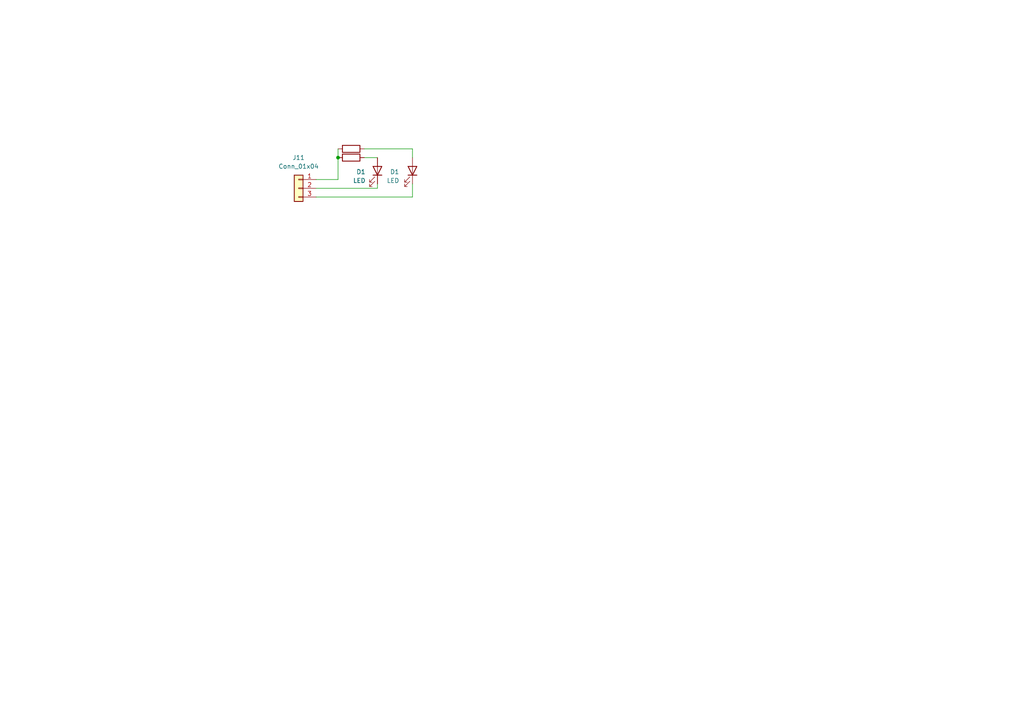
<source format=kicad_sch>
(kicad_sch (version 20230121) (generator eeschema)
  (paper "A4")
  (lib_symbols
    (symbol "Connector_Generic:Conn_01x03" (pin_names (offset 1.016) hide)
      (property "Reference" "J" (at 0 5.08 0))
      (property "Value" "Conn_01x03" (at 0 -5.08 0))
      (symbol "Conn_01x03_1_1"
        (rectangle (start -1.27 -2.413) (end 0 -2.667) (stroke (width 0.1524)))
        (rectangle (start -1.27 0.127) (end 0 -0.127) (stroke (width 0.1524)))
        (rectangle (start -1.27 2.667) (end 0 2.413) (stroke (width 0.1524)))
        (rectangle (start -1.27 3.81) (end 1.27 -3.81) (stroke (width 0.254)) (fill (type background)))
        (pin passive line (at -5.08 2.54 0) (length 3.81) (name "Pin_1") (number "1"))
        (pin passive line (at -5.08 0 0) (length 3.81) (name "Pin_2") (number "2"))
        (pin passive line (at -5.08 -2.54 0) (length 3.81) (name "Pin_3") (number "3"))
      )
    )
    (symbol "Device:LED" (pin_numbers hide) (pin_names (offset 1.016) hide)
      (property "Reference" "D" (at 0 2.54 0))
      (property "Value" "LED" (at 0 -2.54 0))
      (symbol "LED_0_1"
        (polyline (pts (xy -1.27 -1.27) (xy -1.27 1.27)) (stroke (width 0.254)))
        (polyline (pts (xy -1.27 0) (xy 1.27 0)))
        (polyline (pts (xy 1.27 -1.27) (xy 1.27 1.27) (xy -1.27 0) (xy 1.27 -1.27)) (stroke (width 0.254)))
        (polyline (pts (xy -3.048 -0.762) (xy -4.572 -2.286) (xy -3.81 -2.286) (xy -4.572 -2.286) (xy -4.572 -1.524)))
        (polyline (pts (xy -1.778 -0.762) (xy -3.302 -2.286) (xy -2.54 -2.286) (xy -3.302 -2.286) (xy -3.302 -1.524)))
      )
      (symbol "LED_1_1"
        (pin passive line (at -3.81 0 0) (length 2.54) (name "K") (number "1"))
        (pin passive line (at 3.81 0 180) (length 2.54) (name "A") (number "2"))
      )
    )
    (symbol "Device:R" (pin_numbers hide) (pin_names (offset 0))
      (property "Reference" "R" (at 2.032 0 90))
      (property "Value" "R" (at 0 0 90))
      (symbol "R_0_1"
        (rectangle (start -1.016 -2.54) (end 1.016 2.54) (stroke (width 0.254)))
      )
      (symbol "R_1_1"
        (pin passive line (at 0 3.81 270) (length 1.27) (name "~") (number "1"))
        (pin passive line (at 0 -3.81 90) (length 1.27) (name "~") (number "2"))
      )
    )
  )
  (junction (at 98.044 45.72))
  (wire (pts (xy 119.634 43.18) (xy 119.634 45.72)))
  (wire (pts (xy 91.694 52.07) (xy 98.044 52.07)))
  (wire (pts (xy 119.634 53.34) (xy 119.634 57.15)))
  (wire (pts (xy 98.044 52.07) (xy 98.044 45.72)))
  (wire (pts (xy 98.044 43.18) (xy 98.044 45.72)))
  (wire (pts (xy 109.474 45.72) (xy 105.664 45.72)))
  (wire (pts (xy 109.474 54.61) (xy 109.474 53.34)))
  (wire (pts (xy 109.474 54.61) (xy 91.694 54.61)))
  (wire (pts (xy 105.664 43.18) (xy 119.634 43.18)))
  (wire (pts (xy 119.634 57.15) (xy 91.694 57.15)))
  (symbol (lib_id "Device:R") (at 101.854 43.18 270) (mirror x) (unit 1)
    (property "Reference" "R?" (effects hide))
    (property "Value" "R" (effects hide))
    (property "Footprint" "Resistor_SMD:R_0805_2012Metric_Pad1.20x1.40mm_HandSolder" (effects hide))
    (instances (project "signal PCB" (path "" (reference "R?") (unit 1)) (path "" (reference "R?") (unit 1)) (path "" (reference "R601") (unit 1)) (path "" (reference "R701") (unit 1))))
  )
  (symbol (lib_id "Device:LED") (at 109.474 49.53 270) (mirror x) (unit 1)
    (property "Reference" "D1" (at 106.045 49.8475 90) (effects (justify right)))
    (property "Value" "LED" (at 106.045 52.3875 90) (effects (justify right)))
    (property "Footprint" "custom_kicad_lib_sk:LED_NO_SILK" (effects hide))
    (instances (project "signal PCB" (path "" (reference "D1") (unit 1)) (path "" (reference "D13") (unit 1)) (path "" (reference "D601") (unit 1)) (path "" (reference "D701") (unit 1))))
  )
  (symbol (lib_id "Connector_Generic:Conn_01x03") (at 86.614 54.61 0) (mirror y) (unit 1)
    (property "Reference" "J11" (at 86.614 45.72 0))
    (property "Value" "Conn_01x04" (at 86.614 48.26 0))
    (property "Footprint" "Connector_PinHeader_2.54mm:PinHeader_1x03_P2.54mm_Vertical" (effects hide))
    (instances (project "signal PCB" (path "" (reference "J11") (unit 1)) (path "" (reference "J601") (unit 1)) (path "" (reference "J701") (unit 1))))
  )
  (symbol (lib_id "Device:LED") (at 119.634 49.53 270) (mirror x) (unit 1)
    (property "Reference" "D1" (at 115.824 49.8475 90) (effects (justify right)))
    (property "Value" "LED" (at 115.824 52.3875 90) (effects (justify right)))
    (property "Footprint" "custom_kicad_lib_sk:LED_NO_SILK" (effects hide))
    (instances (project "signal PCB" (path "" (reference "D1") (unit 1)) (path "" (reference "D12") (unit 1)) (path "" (reference "D602") (unit 1)) (path "" (reference "D702") (unit 1))))
  )
  (symbol (lib_id "Device:R") (at 101.854 45.72 270) (mirror x) (unit 1)
    (property "Reference" "R?" (effects hide))
    (property "Value" "R" (effects hide))
    (property "Footprint" "Resistor_SMD:R_0805_2012Metric_Pad1.20x1.40mm_HandSolder" (effects hide))
    (instances (project "signal PCB" (path "" (reference "R?") (unit 1)) (path "" (reference "R?") (unit 1)) (path "" (reference "R602") (unit 1)) (path "" (reference "R702") (unit 1))))
  )
)
</source>
